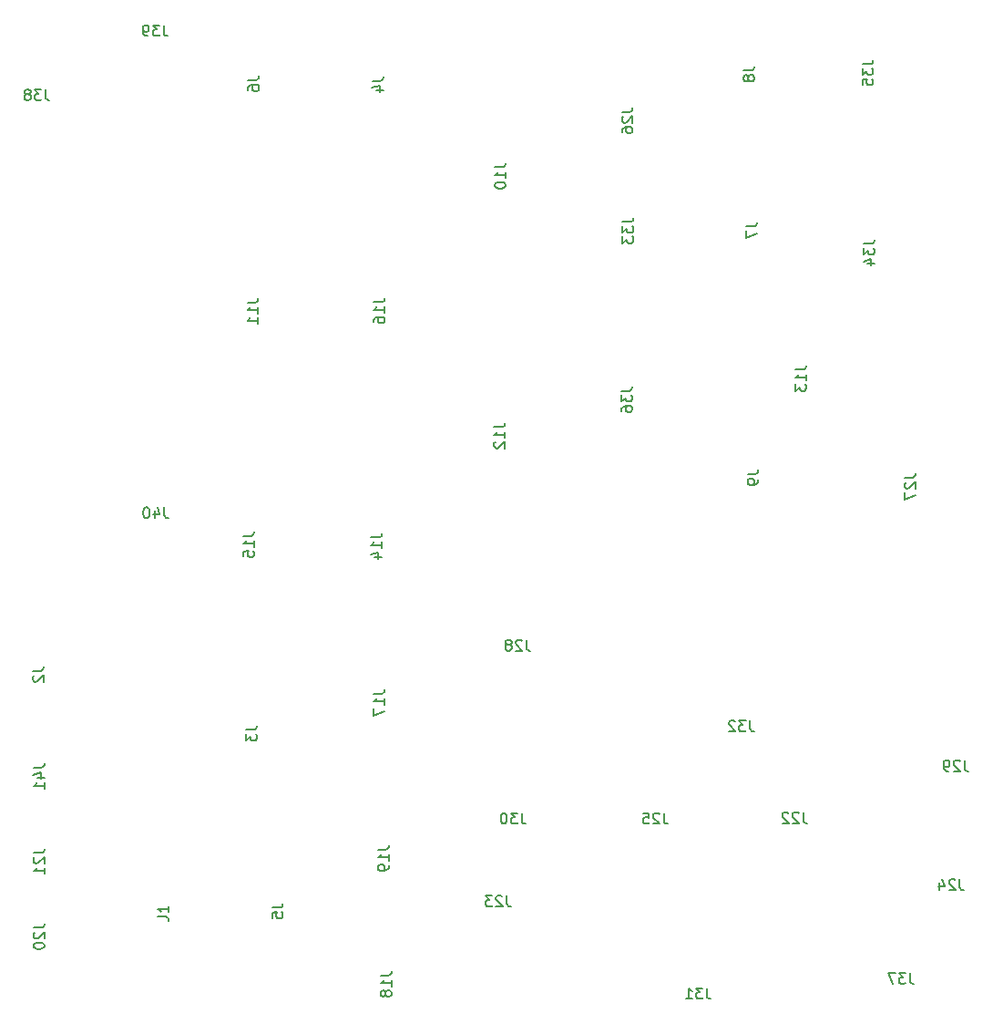
<source format=gbr>
G04 #@! TF.GenerationSoftware,KiCad,Pcbnew,(5.1.5-0-10_14)*
G04 #@! TF.CreationDate,2021-11-28T08:49:08+10:00*
G04 #@! TF.ProjectId,OH - UIP - Input Distribution,4f48202d-2055-4495-9020-2d20496e7075,rev?*
G04 #@! TF.SameCoordinates,Original*
G04 #@! TF.FileFunction,Legend,Bot*
G04 #@! TF.FilePolarity,Positive*
%FSLAX46Y46*%
G04 Gerber Fmt 4.6, Leading zero omitted, Abs format (unit mm)*
G04 Created by KiCad (PCBNEW (5.1.5-0-10_14)) date 2021-11-28 08:49:08*
%MOMM*%
%LPD*%
G04 APERTURE LIST*
%ADD10C,0.150000*%
G04 APERTURE END LIST*
D10*
X136548880Y-109680810D02*
X137263166Y-109680810D01*
X137406023Y-109633191D01*
X137501261Y-109537953D01*
X137548880Y-109395095D01*
X137548880Y-109299857D01*
X136882214Y-110585572D02*
X137548880Y-110585572D01*
X136501261Y-110347476D02*
X137215547Y-110109381D01*
X137215547Y-110728429D01*
X137548880Y-111633191D02*
X137548880Y-111061762D01*
X137548880Y-111347476D02*
X136548880Y-111347476D01*
X136691738Y-111252238D01*
X136786976Y-111157000D01*
X136834595Y-111061762D01*
X136485380Y-100695166D02*
X137199666Y-100695166D01*
X137342523Y-100647547D01*
X137437761Y-100552309D01*
X137485380Y-100409452D01*
X137485380Y-100314214D01*
X136580619Y-101123738D02*
X136533000Y-101171357D01*
X136485380Y-101266595D01*
X136485380Y-101504690D01*
X136533000Y-101599928D01*
X136580619Y-101647547D01*
X136675857Y-101695166D01*
X136771095Y-101695166D01*
X136913952Y-101647547D01*
X137485380Y-101076119D01*
X137485380Y-101695166D01*
X148105880Y-123522833D02*
X148820166Y-123522833D01*
X148963023Y-123570452D01*
X149058261Y-123665690D01*
X149105880Y-123808547D01*
X149105880Y-123903785D01*
X149105880Y-122522833D02*
X149105880Y-123094261D01*
X149105880Y-122808547D02*
X148105880Y-122808547D01*
X148248738Y-122903785D01*
X148343976Y-122999023D01*
X148391595Y-123094261D01*
X217980023Y-128737880D02*
X217980023Y-129452166D01*
X218027642Y-129595023D01*
X218122880Y-129690261D01*
X218265738Y-129737880D01*
X218360976Y-129737880D01*
X217599071Y-128737880D02*
X216980023Y-128737880D01*
X217313357Y-129118833D01*
X217170500Y-129118833D01*
X217075261Y-129166452D01*
X217027642Y-129214071D01*
X216980023Y-129309309D01*
X216980023Y-129547404D01*
X217027642Y-129642642D01*
X217075261Y-129690261D01*
X217170500Y-129737880D01*
X217456214Y-129737880D01*
X217551452Y-129690261D01*
X217599071Y-129642642D01*
X216646690Y-128737880D02*
X215980023Y-128737880D01*
X216408595Y-129737880D01*
X191285880Y-59007476D02*
X192000166Y-59007476D01*
X192143023Y-58959857D01*
X192238261Y-58864619D01*
X192285880Y-58721761D01*
X192285880Y-58626523D01*
X191285880Y-59388428D02*
X191285880Y-60007476D01*
X191666833Y-59674142D01*
X191666833Y-59817000D01*
X191714452Y-59912238D01*
X191762071Y-59959857D01*
X191857309Y-60007476D01*
X192095404Y-60007476D01*
X192190642Y-59959857D01*
X192238261Y-59912238D01*
X192285880Y-59817000D01*
X192285880Y-59531285D01*
X192238261Y-59436047D01*
X192190642Y-59388428D01*
X191285880Y-60340809D02*
X191285880Y-60959857D01*
X191666833Y-60626523D01*
X191666833Y-60769380D01*
X191714452Y-60864619D01*
X191762071Y-60912238D01*
X191857309Y-60959857D01*
X192095404Y-60959857D01*
X192190642Y-60912238D01*
X192238261Y-60864619D01*
X192285880Y-60769380D01*
X192285880Y-60483666D01*
X192238261Y-60388428D01*
X192190642Y-60340809D01*
X199120023Y-130135380D02*
X199120023Y-130849666D01*
X199167642Y-130992523D01*
X199262880Y-131087761D01*
X199405738Y-131135380D01*
X199500976Y-131135380D01*
X198739071Y-130135380D02*
X198120023Y-130135380D01*
X198453357Y-130516333D01*
X198310500Y-130516333D01*
X198215261Y-130563952D01*
X198167642Y-130611571D01*
X198120023Y-130706809D01*
X198120023Y-130944904D01*
X198167642Y-131040142D01*
X198215261Y-131087761D01*
X198310500Y-131135380D01*
X198596214Y-131135380D01*
X198691452Y-131087761D01*
X198739071Y-131040142D01*
X197167642Y-131135380D02*
X197739071Y-131135380D01*
X197453357Y-131135380D02*
X197453357Y-130135380D01*
X197548595Y-130278238D01*
X197643833Y-130373476D01*
X197739071Y-130421095D01*
X181912023Y-113879380D02*
X181912023Y-114593666D01*
X181959642Y-114736523D01*
X182054880Y-114831761D01*
X182197738Y-114879380D01*
X182292976Y-114879380D01*
X181531071Y-113879380D02*
X180912023Y-113879380D01*
X181245357Y-114260333D01*
X181102500Y-114260333D01*
X181007261Y-114307952D01*
X180959642Y-114355571D01*
X180912023Y-114450809D01*
X180912023Y-114688904D01*
X180959642Y-114784142D01*
X181007261Y-114831761D01*
X181102500Y-114879380D01*
X181388214Y-114879380D01*
X181483452Y-114831761D01*
X181531071Y-114784142D01*
X180292976Y-113879380D02*
X180197738Y-113879380D01*
X180102500Y-113927000D01*
X180054880Y-113974619D01*
X180007261Y-114069857D01*
X179959642Y-114260333D01*
X179959642Y-114498428D01*
X180007261Y-114688904D01*
X180054880Y-114784142D01*
X180102500Y-114831761D01*
X180197738Y-114879380D01*
X180292976Y-114879380D01*
X180388214Y-114831761D01*
X180435833Y-114784142D01*
X180483452Y-114688904D01*
X180531071Y-114498428D01*
X180531071Y-114260333D01*
X180483452Y-114069857D01*
X180435833Y-113974619D01*
X180388214Y-113927000D01*
X180292976Y-113879380D01*
X191222380Y-48783976D02*
X191936666Y-48783976D01*
X192079523Y-48736357D01*
X192174761Y-48641119D01*
X192222380Y-48498261D01*
X192222380Y-48403023D01*
X191317619Y-49212547D02*
X191270000Y-49260166D01*
X191222380Y-49355404D01*
X191222380Y-49593500D01*
X191270000Y-49688738D01*
X191317619Y-49736357D01*
X191412857Y-49783976D01*
X191508095Y-49783976D01*
X191650952Y-49736357D01*
X192222380Y-49164928D01*
X192222380Y-49783976D01*
X191222380Y-50641119D02*
X191222380Y-50450642D01*
X191270000Y-50355404D01*
X191317619Y-50307785D01*
X191460476Y-50212547D01*
X191650952Y-50164928D01*
X192031904Y-50164928D01*
X192127142Y-50212547D01*
X192174761Y-50260166D01*
X192222380Y-50355404D01*
X192222380Y-50545880D01*
X192174761Y-50641119D01*
X192127142Y-50688738D01*
X192031904Y-50736357D01*
X191793809Y-50736357D01*
X191698571Y-50688738D01*
X191650952Y-50641119D01*
X191603333Y-50545880D01*
X191603333Y-50355404D01*
X191650952Y-50260166D01*
X191698571Y-50212547D01*
X191793809Y-50164928D01*
X195119523Y-113879380D02*
X195119523Y-114593666D01*
X195167142Y-114736523D01*
X195262380Y-114831761D01*
X195405238Y-114879380D01*
X195500476Y-114879380D01*
X194690952Y-113974619D02*
X194643333Y-113927000D01*
X194548095Y-113879380D01*
X194310000Y-113879380D01*
X194214761Y-113927000D01*
X194167142Y-113974619D01*
X194119523Y-114069857D01*
X194119523Y-114165095D01*
X194167142Y-114307952D01*
X194738571Y-114879380D01*
X194119523Y-114879380D01*
X193214761Y-113879380D02*
X193690952Y-113879380D01*
X193738571Y-114355571D01*
X193690952Y-114307952D01*
X193595714Y-114260333D01*
X193357619Y-114260333D01*
X193262380Y-114307952D01*
X193214761Y-114355571D01*
X193167142Y-114450809D01*
X193167142Y-114688904D01*
X193214761Y-114784142D01*
X193262380Y-114831761D01*
X193357619Y-114879380D01*
X193595714Y-114879380D01*
X193690952Y-114831761D01*
X193738571Y-114784142D01*
X191184880Y-74688476D02*
X191899166Y-74688476D01*
X192042023Y-74640857D01*
X192137261Y-74545619D01*
X192184880Y-74402761D01*
X192184880Y-74307523D01*
X191184880Y-75069428D02*
X191184880Y-75688476D01*
X191565833Y-75355142D01*
X191565833Y-75498000D01*
X191613452Y-75593238D01*
X191661071Y-75640857D01*
X191756309Y-75688476D01*
X191994404Y-75688476D01*
X192089642Y-75640857D01*
X192137261Y-75593238D01*
X192184880Y-75498000D01*
X192184880Y-75212285D01*
X192137261Y-75117047D01*
X192089642Y-75069428D01*
X191184880Y-76545619D02*
X191184880Y-76355142D01*
X191232500Y-76259904D01*
X191280119Y-76212285D01*
X191422976Y-76117047D01*
X191613452Y-76069428D01*
X191994404Y-76069428D01*
X192089642Y-76117047D01*
X192137261Y-76164666D01*
X192184880Y-76259904D01*
X192184880Y-76450380D01*
X192137261Y-76545619D01*
X192089642Y-76593238D01*
X191994404Y-76640857D01*
X191756309Y-76640857D01*
X191661071Y-76593238D01*
X191613452Y-76545619D01*
X191565833Y-76450380D01*
X191565833Y-76259904D01*
X191613452Y-76164666D01*
X191661071Y-76117047D01*
X191756309Y-76069428D01*
X213573880Y-44338976D02*
X214288166Y-44338976D01*
X214431023Y-44291357D01*
X214526261Y-44196119D01*
X214573880Y-44053261D01*
X214573880Y-43958023D01*
X213573880Y-44719928D02*
X213573880Y-45338976D01*
X213954833Y-45005642D01*
X213954833Y-45148500D01*
X214002452Y-45243738D01*
X214050071Y-45291357D01*
X214145309Y-45338976D01*
X214383404Y-45338976D01*
X214478642Y-45291357D01*
X214526261Y-45243738D01*
X214573880Y-45148500D01*
X214573880Y-44862785D01*
X214526261Y-44767547D01*
X214478642Y-44719928D01*
X213573880Y-46243738D02*
X213573880Y-45767547D01*
X214050071Y-45719928D01*
X214002452Y-45767547D01*
X213954833Y-45862785D01*
X213954833Y-46100880D01*
X214002452Y-46196119D01*
X214050071Y-46243738D01*
X214145309Y-46291357D01*
X214383404Y-46291357D01*
X214478642Y-46243738D01*
X214526261Y-46196119D01*
X214573880Y-46100880D01*
X214573880Y-45862785D01*
X214526261Y-45767547D01*
X214478642Y-45719928D01*
X213701380Y-61039476D02*
X214415666Y-61039476D01*
X214558523Y-60991857D01*
X214653761Y-60896619D01*
X214701380Y-60753761D01*
X214701380Y-60658523D01*
X213701380Y-61420428D02*
X213701380Y-62039476D01*
X214082333Y-61706142D01*
X214082333Y-61849000D01*
X214129952Y-61944238D01*
X214177571Y-61991857D01*
X214272809Y-62039476D01*
X214510904Y-62039476D01*
X214606142Y-61991857D01*
X214653761Y-61944238D01*
X214701380Y-61849000D01*
X214701380Y-61563285D01*
X214653761Y-61468047D01*
X214606142Y-61420428D01*
X214034714Y-62896619D02*
X214701380Y-62896619D01*
X213653761Y-62658523D02*
X214368047Y-62420428D01*
X214368047Y-63039476D01*
X217510880Y-82756476D02*
X218225166Y-82756476D01*
X218368023Y-82708857D01*
X218463261Y-82613619D01*
X218510880Y-82470761D01*
X218510880Y-82375523D01*
X217606119Y-83185047D02*
X217558500Y-83232666D01*
X217510880Y-83327904D01*
X217510880Y-83566000D01*
X217558500Y-83661238D01*
X217606119Y-83708857D01*
X217701357Y-83756476D01*
X217796595Y-83756476D01*
X217939452Y-83708857D01*
X218510880Y-83137428D01*
X218510880Y-83756476D01*
X217510880Y-84089809D02*
X217510880Y-84756476D01*
X218510880Y-84327904D01*
X223059023Y-108989880D02*
X223059023Y-109704166D01*
X223106642Y-109847023D01*
X223201880Y-109942261D01*
X223344738Y-109989880D01*
X223439976Y-109989880D01*
X222630452Y-109085119D02*
X222582833Y-109037500D01*
X222487595Y-108989880D01*
X222249500Y-108989880D01*
X222154261Y-109037500D01*
X222106642Y-109085119D01*
X222059023Y-109180357D01*
X222059023Y-109275595D01*
X222106642Y-109418452D01*
X222678071Y-109989880D01*
X222059023Y-109989880D01*
X221582833Y-109989880D02*
X221392357Y-109989880D01*
X221297119Y-109942261D01*
X221249500Y-109894642D01*
X221154261Y-109751785D01*
X221106642Y-109561309D01*
X221106642Y-109180357D01*
X221154261Y-109085119D01*
X221201880Y-109037500D01*
X221297119Y-108989880D01*
X221487595Y-108989880D01*
X221582833Y-109037500D01*
X221630452Y-109085119D01*
X221678071Y-109180357D01*
X221678071Y-109418452D01*
X221630452Y-109513690D01*
X221582833Y-109561309D01*
X221487595Y-109608928D01*
X221297119Y-109608928D01*
X221201880Y-109561309D01*
X221154261Y-109513690D01*
X221106642Y-109418452D01*
X182355523Y-97813380D02*
X182355523Y-98527666D01*
X182403142Y-98670523D01*
X182498380Y-98765761D01*
X182641238Y-98813380D01*
X182736476Y-98813380D01*
X181926952Y-97908619D02*
X181879333Y-97861000D01*
X181784095Y-97813380D01*
X181546000Y-97813380D01*
X181450761Y-97861000D01*
X181403142Y-97908619D01*
X181355523Y-98003857D01*
X181355523Y-98099095D01*
X181403142Y-98241952D01*
X181974571Y-98813380D01*
X181355523Y-98813380D01*
X180784095Y-98241952D02*
X180879333Y-98194333D01*
X180926952Y-98146714D01*
X180974571Y-98051476D01*
X180974571Y-98003857D01*
X180926952Y-97908619D01*
X180879333Y-97861000D01*
X180784095Y-97813380D01*
X180593619Y-97813380D01*
X180498380Y-97861000D01*
X180450761Y-97908619D01*
X180403142Y-98003857D01*
X180403142Y-98051476D01*
X180450761Y-98146714D01*
X180498380Y-98194333D01*
X180593619Y-98241952D01*
X180784095Y-98241952D01*
X180879333Y-98289571D01*
X180926952Y-98337190D01*
X180974571Y-98432428D01*
X180974571Y-98622904D01*
X180926952Y-98718142D01*
X180879333Y-98765761D01*
X180784095Y-98813380D01*
X180593619Y-98813380D01*
X180498380Y-98765761D01*
X180450761Y-98718142D01*
X180403142Y-98622904D01*
X180403142Y-98432428D01*
X180450761Y-98337190D01*
X180498380Y-98289571D01*
X180593619Y-98241952D01*
X222615023Y-120038880D02*
X222615023Y-120753166D01*
X222662642Y-120896023D01*
X222757880Y-120991261D01*
X222900738Y-121038880D01*
X222995976Y-121038880D01*
X222186452Y-120134119D02*
X222138833Y-120086500D01*
X222043595Y-120038880D01*
X221805500Y-120038880D01*
X221710261Y-120086500D01*
X221662642Y-120134119D01*
X221615023Y-120229357D01*
X221615023Y-120324595D01*
X221662642Y-120467452D01*
X222234071Y-121038880D01*
X221615023Y-121038880D01*
X220757880Y-120372214D02*
X220757880Y-121038880D01*
X220995976Y-119991261D02*
X221234071Y-120705547D01*
X220615023Y-120705547D01*
X180514023Y-121562380D02*
X180514023Y-122276666D01*
X180561642Y-122419523D01*
X180656880Y-122514761D01*
X180799738Y-122562380D01*
X180894976Y-122562380D01*
X180085452Y-121657619D02*
X180037833Y-121610000D01*
X179942595Y-121562380D01*
X179704500Y-121562380D01*
X179609261Y-121610000D01*
X179561642Y-121657619D01*
X179514023Y-121752857D01*
X179514023Y-121848095D01*
X179561642Y-121990952D01*
X180133071Y-122562380D01*
X179514023Y-122562380D01*
X179180690Y-121562380D02*
X178561642Y-121562380D01*
X178894976Y-121943333D01*
X178752119Y-121943333D01*
X178656880Y-121990952D01*
X178609261Y-122038571D01*
X178561642Y-122133809D01*
X178561642Y-122371904D01*
X178609261Y-122467142D01*
X178656880Y-122514761D01*
X178752119Y-122562380D01*
X179037833Y-122562380D01*
X179133071Y-122514761D01*
X179180690Y-122467142D01*
X208073523Y-113815380D02*
X208073523Y-114529666D01*
X208121142Y-114672523D01*
X208216380Y-114767761D01*
X208359238Y-114815380D01*
X208454476Y-114815380D01*
X207644952Y-113910619D02*
X207597333Y-113863000D01*
X207502095Y-113815380D01*
X207264000Y-113815380D01*
X207168761Y-113863000D01*
X207121142Y-113910619D01*
X207073523Y-114005857D01*
X207073523Y-114101095D01*
X207121142Y-114243952D01*
X207692571Y-114815380D01*
X207073523Y-114815380D01*
X206692571Y-113910619D02*
X206644952Y-113863000D01*
X206549714Y-113815380D01*
X206311619Y-113815380D01*
X206216380Y-113863000D01*
X206168761Y-113910619D01*
X206121142Y-114005857D01*
X206121142Y-114101095D01*
X206168761Y-114243952D01*
X206740190Y-114815380D01*
X206121142Y-114815380D01*
X136548380Y-117575476D02*
X137262666Y-117575476D01*
X137405523Y-117527857D01*
X137500761Y-117432619D01*
X137548380Y-117289761D01*
X137548380Y-117194523D01*
X136643619Y-118004047D02*
X136596000Y-118051666D01*
X136548380Y-118146904D01*
X136548380Y-118385000D01*
X136596000Y-118480238D01*
X136643619Y-118527857D01*
X136738857Y-118575476D01*
X136834095Y-118575476D01*
X136976952Y-118527857D01*
X137548380Y-117956428D01*
X137548380Y-118575476D01*
X137548380Y-119527857D02*
X137548380Y-118956428D01*
X137548380Y-119242142D02*
X136548380Y-119242142D01*
X136691238Y-119146904D01*
X136786476Y-119051666D01*
X136834095Y-118956428D01*
X136548380Y-124538976D02*
X137262666Y-124538976D01*
X137405523Y-124491357D01*
X137500761Y-124396119D01*
X137548380Y-124253261D01*
X137548380Y-124158023D01*
X136643619Y-124967547D02*
X136596000Y-125015166D01*
X136548380Y-125110404D01*
X136548380Y-125348500D01*
X136596000Y-125443738D01*
X136643619Y-125491357D01*
X136738857Y-125538976D01*
X136834095Y-125538976D01*
X136976952Y-125491357D01*
X137548380Y-124919928D01*
X137548380Y-125538976D01*
X136548380Y-126158023D02*
X136548380Y-126253261D01*
X136596000Y-126348500D01*
X136643619Y-126396119D01*
X136738857Y-126443738D01*
X136929333Y-126491357D01*
X137167428Y-126491357D01*
X137357904Y-126443738D01*
X137453142Y-126396119D01*
X137500761Y-126348500D01*
X137548380Y-126253261D01*
X137548380Y-126158023D01*
X137500761Y-126062785D01*
X137453142Y-126015166D01*
X137357904Y-125967547D01*
X137167428Y-125919928D01*
X136929333Y-125919928D01*
X136738857Y-125967547D01*
X136643619Y-126015166D01*
X136596000Y-126062785D01*
X136548380Y-126158023D01*
X168552880Y-117300476D02*
X169267166Y-117300476D01*
X169410023Y-117252857D01*
X169505261Y-117157619D01*
X169552880Y-117014761D01*
X169552880Y-116919523D01*
X169552880Y-118300476D02*
X169552880Y-117729047D01*
X169552880Y-118014761D02*
X168552880Y-118014761D01*
X168695738Y-117919523D01*
X168790976Y-117824285D01*
X168838595Y-117729047D01*
X169552880Y-118776666D02*
X169552880Y-118967142D01*
X169505261Y-119062380D01*
X169457642Y-119110000D01*
X169314785Y-119205238D01*
X169124309Y-119252857D01*
X168743357Y-119252857D01*
X168648119Y-119205238D01*
X168600500Y-119157619D01*
X168552880Y-119062380D01*
X168552880Y-118871904D01*
X168600500Y-118776666D01*
X168648119Y-118729047D01*
X168743357Y-118681428D01*
X168981452Y-118681428D01*
X169076690Y-118729047D01*
X169124309Y-118776666D01*
X169171928Y-118871904D01*
X169171928Y-119062380D01*
X169124309Y-119157619D01*
X169076690Y-119205238D01*
X168981452Y-119252857D01*
X168807380Y-128984476D02*
X169521666Y-128984476D01*
X169664523Y-128936857D01*
X169759761Y-128841619D01*
X169807380Y-128698761D01*
X169807380Y-128603523D01*
X169807380Y-129984476D02*
X169807380Y-129413047D01*
X169807380Y-129698761D02*
X168807380Y-129698761D01*
X168950238Y-129603523D01*
X169045476Y-129508285D01*
X169093095Y-129413047D01*
X169235952Y-130555904D02*
X169188333Y-130460666D01*
X169140714Y-130413047D01*
X169045476Y-130365428D01*
X168997857Y-130365428D01*
X168902619Y-130413047D01*
X168855000Y-130460666D01*
X168807380Y-130555904D01*
X168807380Y-130746380D01*
X168855000Y-130841619D01*
X168902619Y-130889238D01*
X168997857Y-130936857D01*
X169045476Y-130936857D01*
X169140714Y-130889238D01*
X169188333Y-130841619D01*
X169235952Y-130746380D01*
X169235952Y-130555904D01*
X169283571Y-130460666D01*
X169331190Y-130413047D01*
X169426428Y-130365428D01*
X169616904Y-130365428D01*
X169712142Y-130413047D01*
X169759761Y-130460666D01*
X169807380Y-130555904D01*
X169807380Y-130746380D01*
X169759761Y-130841619D01*
X169712142Y-130889238D01*
X169616904Y-130936857D01*
X169426428Y-130936857D01*
X169331190Y-130889238D01*
X169283571Y-130841619D01*
X169235952Y-130746380D01*
X168171380Y-102822476D02*
X168885666Y-102822476D01*
X169028523Y-102774857D01*
X169123761Y-102679619D01*
X169171380Y-102536761D01*
X169171380Y-102441523D01*
X169171380Y-103822476D02*
X169171380Y-103251047D01*
X169171380Y-103536761D02*
X168171380Y-103536761D01*
X168314238Y-103441523D01*
X168409476Y-103346285D01*
X168457095Y-103251047D01*
X168171380Y-104155809D02*
X168171380Y-104822476D01*
X169171380Y-104393904D01*
X168171380Y-66436976D02*
X168885666Y-66436976D01*
X169028523Y-66389357D01*
X169123761Y-66294119D01*
X169171380Y-66151261D01*
X169171380Y-66056023D01*
X169171380Y-67436976D02*
X169171380Y-66865547D01*
X169171380Y-67151261D02*
X168171380Y-67151261D01*
X168314238Y-67056023D01*
X168409476Y-66960785D01*
X168457095Y-66865547D01*
X168171380Y-68294119D02*
X168171380Y-68103642D01*
X168219000Y-68008404D01*
X168266619Y-67960785D01*
X168409476Y-67865547D01*
X168599952Y-67817928D01*
X168980904Y-67817928D01*
X169076142Y-67865547D01*
X169123761Y-67913166D01*
X169171380Y-68008404D01*
X169171380Y-68198880D01*
X169123761Y-68294119D01*
X169076142Y-68341738D01*
X168980904Y-68389357D01*
X168742809Y-68389357D01*
X168647571Y-68341738D01*
X168599952Y-68294119D01*
X168552333Y-68198880D01*
X168552333Y-68008404D01*
X168599952Y-67913166D01*
X168647571Y-67865547D01*
X168742809Y-67817928D01*
X156043380Y-88153976D02*
X156757666Y-88153976D01*
X156900523Y-88106357D01*
X156995761Y-88011119D01*
X157043380Y-87868261D01*
X157043380Y-87773023D01*
X157043380Y-89153976D02*
X157043380Y-88582547D01*
X157043380Y-88868261D02*
X156043380Y-88868261D01*
X156186238Y-88773023D01*
X156281476Y-88677785D01*
X156329095Y-88582547D01*
X156043380Y-90058738D02*
X156043380Y-89582547D01*
X156519571Y-89534928D01*
X156471952Y-89582547D01*
X156424333Y-89677785D01*
X156424333Y-89915880D01*
X156471952Y-90011119D01*
X156519571Y-90058738D01*
X156614809Y-90106357D01*
X156852904Y-90106357D01*
X156948142Y-90058738D01*
X156995761Y-90011119D01*
X157043380Y-89915880D01*
X157043380Y-89677785D01*
X156995761Y-89582547D01*
X156948142Y-89534928D01*
X167917380Y-88280976D02*
X168631666Y-88280976D01*
X168774523Y-88233357D01*
X168869761Y-88138119D01*
X168917380Y-87995261D01*
X168917380Y-87900023D01*
X168917380Y-89280976D02*
X168917380Y-88709547D01*
X168917380Y-88995261D02*
X167917380Y-88995261D01*
X168060238Y-88900023D01*
X168155476Y-88804785D01*
X168203095Y-88709547D01*
X168250714Y-90138119D02*
X168917380Y-90138119D01*
X167869761Y-89900023D02*
X168584047Y-89661928D01*
X168584047Y-90280976D01*
X207350880Y-72723476D02*
X208065166Y-72723476D01*
X208208023Y-72675857D01*
X208303261Y-72580619D01*
X208350880Y-72437761D01*
X208350880Y-72342523D01*
X208350880Y-73723476D02*
X208350880Y-73152047D01*
X208350880Y-73437761D02*
X207350880Y-73437761D01*
X207493738Y-73342523D01*
X207588976Y-73247285D01*
X207636595Y-73152047D01*
X207350880Y-74056809D02*
X207350880Y-74675857D01*
X207731833Y-74342523D01*
X207731833Y-74485380D01*
X207779452Y-74580619D01*
X207827071Y-74628238D01*
X207922309Y-74675857D01*
X208160404Y-74675857D01*
X208255642Y-74628238D01*
X208303261Y-74580619D01*
X208350880Y-74485380D01*
X208350880Y-74199666D01*
X208303261Y-74104428D01*
X208255642Y-74056809D01*
X179348380Y-78057476D02*
X180062666Y-78057476D01*
X180205523Y-78009857D01*
X180300761Y-77914619D01*
X180348380Y-77771761D01*
X180348380Y-77676523D01*
X180348380Y-79057476D02*
X180348380Y-78486047D01*
X180348380Y-78771761D02*
X179348380Y-78771761D01*
X179491238Y-78676523D01*
X179586476Y-78581285D01*
X179634095Y-78486047D01*
X179443619Y-79438428D02*
X179396000Y-79486047D01*
X179348380Y-79581285D01*
X179348380Y-79819380D01*
X179396000Y-79914619D01*
X179443619Y-79962238D01*
X179538857Y-80009857D01*
X179634095Y-80009857D01*
X179776952Y-79962238D01*
X180348380Y-79390809D01*
X180348380Y-80009857D01*
X156424380Y-66500476D02*
X157138666Y-66500476D01*
X157281523Y-66452857D01*
X157376761Y-66357619D01*
X157424380Y-66214761D01*
X157424380Y-66119523D01*
X157424380Y-67500476D02*
X157424380Y-66929047D01*
X157424380Y-67214761D02*
X156424380Y-67214761D01*
X156567238Y-67119523D01*
X156662476Y-67024285D01*
X156710095Y-66929047D01*
X157424380Y-68452857D02*
X157424380Y-67881428D01*
X157424380Y-68167142D02*
X156424380Y-68167142D01*
X156567238Y-68071904D01*
X156662476Y-67976666D01*
X156710095Y-67881428D01*
X179411880Y-53927476D02*
X180126166Y-53927476D01*
X180269023Y-53879857D01*
X180364261Y-53784619D01*
X180411880Y-53641761D01*
X180411880Y-53546523D01*
X180411880Y-54927476D02*
X180411880Y-54356047D01*
X180411880Y-54641761D02*
X179411880Y-54641761D01*
X179554738Y-54546523D01*
X179649976Y-54451285D01*
X179697595Y-54356047D01*
X179411880Y-55546523D02*
X179411880Y-55641761D01*
X179459500Y-55737000D01*
X179507119Y-55784619D01*
X179602357Y-55832238D01*
X179792833Y-55879857D01*
X180030928Y-55879857D01*
X180221404Y-55832238D01*
X180316642Y-55784619D01*
X180364261Y-55737000D01*
X180411880Y-55641761D01*
X180411880Y-55546523D01*
X180364261Y-55451285D01*
X180316642Y-55403666D01*
X180221404Y-55356047D01*
X180030928Y-55308428D01*
X179792833Y-55308428D01*
X179602357Y-55356047D01*
X179507119Y-55403666D01*
X179459500Y-55451285D01*
X179411880Y-55546523D01*
X202905880Y-82407166D02*
X203620166Y-82407166D01*
X203763023Y-82359547D01*
X203858261Y-82264309D01*
X203905880Y-82121452D01*
X203905880Y-82026214D01*
X203905880Y-82930976D02*
X203905880Y-83121452D01*
X203858261Y-83216690D01*
X203810642Y-83264309D01*
X203667785Y-83359547D01*
X203477309Y-83407166D01*
X203096357Y-83407166D01*
X203001119Y-83359547D01*
X202953500Y-83311928D01*
X202905880Y-83216690D01*
X202905880Y-83026214D01*
X202953500Y-82930976D01*
X203001119Y-82883357D01*
X203096357Y-82835738D01*
X203334452Y-82835738D01*
X203429690Y-82883357D01*
X203477309Y-82930976D01*
X203524928Y-83026214D01*
X203524928Y-83216690D01*
X203477309Y-83311928D01*
X203429690Y-83359547D01*
X203334452Y-83407166D01*
X202525880Y-44942166D02*
X203240166Y-44942166D01*
X203383023Y-44894547D01*
X203478261Y-44799309D01*
X203525880Y-44656452D01*
X203525880Y-44561214D01*
X202954452Y-45561214D02*
X202906833Y-45465976D01*
X202859214Y-45418357D01*
X202763976Y-45370738D01*
X202716357Y-45370738D01*
X202621119Y-45418357D01*
X202573500Y-45465976D01*
X202525880Y-45561214D01*
X202525880Y-45751690D01*
X202573500Y-45846928D01*
X202621119Y-45894547D01*
X202716357Y-45942166D01*
X202763976Y-45942166D01*
X202859214Y-45894547D01*
X202906833Y-45846928D01*
X202954452Y-45751690D01*
X202954452Y-45561214D01*
X203002071Y-45465976D01*
X203049690Y-45418357D01*
X203144928Y-45370738D01*
X203335404Y-45370738D01*
X203430642Y-45418357D01*
X203478261Y-45465976D01*
X203525880Y-45561214D01*
X203525880Y-45751690D01*
X203478261Y-45846928D01*
X203430642Y-45894547D01*
X203335404Y-45942166D01*
X203144928Y-45942166D01*
X203049690Y-45894547D01*
X203002071Y-45846928D01*
X202954452Y-45751690D01*
X202778380Y-59420166D02*
X203492666Y-59420166D01*
X203635523Y-59372547D01*
X203730761Y-59277309D01*
X203778380Y-59134452D01*
X203778380Y-59039214D01*
X202778380Y-59801119D02*
X202778380Y-60467785D01*
X203778380Y-60039214D01*
X156487880Y-45831166D02*
X157202166Y-45831166D01*
X157345023Y-45783547D01*
X157440261Y-45688309D01*
X157487880Y-45545452D01*
X157487880Y-45450214D01*
X156487880Y-46735928D02*
X156487880Y-46545452D01*
X156535500Y-46450214D01*
X156583119Y-46402595D01*
X156725976Y-46307357D01*
X156916452Y-46259738D01*
X157297404Y-46259738D01*
X157392642Y-46307357D01*
X157440261Y-46354976D01*
X157487880Y-46450214D01*
X157487880Y-46640690D01*
X157440261Y-46735928D01*
X157392642Y-46783547D01*
X157297404Y-46831166D01*
X157059309Y-46831166D01*
X156964071Y-46783547D01*
X156916452Y-46735928D01*
X156868833Y-46640690D01*
X156868833Y-46450214D01*
X156916452Y-46354976D01*
X156964071Y-46307357D01*
X157059309Y-46259738D01*
X158710880Y-122666166D02*
X159425166Y-122666166D01*
X159568023Y-122618547D01*
X159663261Y-122523309D01*
X159710880Y-122380452D01*
X159710880Y-122285214D01*
X158710880Y-123618547D02*
X158710880Y-123142357D01*
X159187071Y-123094738D01*
X159139452Y-123142357D01*
X159091833Y-123237595D01*
X159091833Y-123475690D01*
X159139452Y-123570928D01*
X159187071Y-123618547D01*
X159282309Y-123666166D01*
X159520404Y-123666166D01*
X159615642Y-123618547D01*
X159663261Y-123570928D01*
X159710880Y-123475690D01*
X159710880Y-123237595D01*
X159663261Y-123142357D01*
X159615642Y-123094738D01*
X168044380Y-45894666D02*
X168758666Y-45894666D01*
X168901523Y-45847047D01*
X168996761Y-45751809D01*
X169044380Y-45608952D01*
X169044380Y-45513714D01*
X168377714Y-46799428D02*
X169044380Y-46799428D01*
X167996761Y-46561333D02*
X168711047Y-46323238D01*
X168711047Y-46942285D01*
X156297380Y-106156666D02*
X157011666Y-106156666D01*
X157154523Y-106109047D01*
X157249761Y-106013809D01*
X157297380Y-105870952D01*
X157297380Y-105775714D01*
X156297380Y-106537619D02*
X156297380Y-107156666D01*
X156678333Y-106823333D01*
X156678333Y-106966190D01*
X156725952Y-107061428D01*
X156773571Y-107109047D01*
X156868809Y-107156666D01*
X157106904Y-107156666D01*
X157202142Y-107109047D01*
X157249761Y-107061428D01*
X157297380Y-106966190D01*
X157297380Y-106680476D01*
X157249761Y-106585238D01*
X157202142Y-106537619D01*
X137652523Y-46696380D02*
X137652523Y-47410666D01*
X137700142Y-47553523D01*
X137795380Y-47648761D01*
X137938238Y-47696380D01*
X138033476Y-47696380D01*
X137271571Y-46696380D02*
X136652523Y-46696380D01*
X136985857Y-47077333D01*
X136843000Y-47077333D01*
X136747761Y-47124952D01*
X136700142Y-47172571D01*
X136652523Y-47267809D01*
X136652523Y-47505904D01*
X136700142Y-47601142D01*
X136747761Y-47648761D01*
X136843000Y-47696380D01*
X137128714Y-47696380D01*
X137223952Y-47648761D01*
X137271571Y-47601142D01*
X136081095Y-47124952D02*
X136176333Y-47077333D01*
X136223952Y-47029714D01*
X136271571Y-46934476D01*
X136271571Y-46886857D01*
X136223952Y-46791619D01*
X136176333Y-46744000D01*
X136081095Y-46696380D01*
X135890619Y-46696380D01*
X135795380Y-46744000D01*
X135747761Y-46791619D01*
X135700142Y-46886857D01*
X135700142Y-46934476D01*
X135747761Y-47029714D01*
X135795380Y-47077333D01*
X135890619Y-47124952D01*
X136081095Y-47124952D01*
X136176333Y-47172571D01*
X136223952Y-47220190D01*
X136271571Y-47315428D01*
X136271571Y-47505904D01*
X136223952Y-47601142D01*
X136176333Y-47648761D01*
X136081095Y-47696380D01*
X135890619Y-47696380D01*
X135795380Y-47648761D01*
X135747761Y-47601142D01*
X135700142Y-47505904D01*
X135700142Y-47315428D01*
X135747761Y-47220190D01*
X135795380Y-47172571D01*
X135890619Y-47124952D01*
X203121023Y-105306880D02*
X203121023Y-106021166D01*
X203168642Y-106164023D01*
X203263880Y-106259261D01*
X203406738Y-106306880D01*
X203501976Y-106306880D01*
X202740071Y-105306880D02*
X202121023Y-105306880D01*
X202454357Y-105687833D01*
X202311500Y-105687833D01*
X202216261Y-105735452D01*
X202168642Y-105783071D01*
X202121023Y-105878309D01*
X202121023Y-106116404D01*
X202168642Y-106211642D01*
X202216261Y-106259261D01*
X202311500Y-106306880D01*
X202597214Y-106306880D01*
X202692452Y-106259261D01*
X202740071Y-106211642D01*
X201740071Y-105402119D02*
X201692452Y-105354500D01*
X201597214Y-105306880D01*
X201359119Y-105306880D01*
X201263880Y-105354500D01*
X201216261Y-105402119D01*
X201168642Y-105497357D01*
X201168642Y-105592595D01*
X201216261Y-105735452D01*
X201787690Y-106306880D01*
X201168642Y-106306880D01*
X148637523Y-40727380D02*
X148637523Y-41441666D01*
X148685142Y-41584523D01*
X148780380Y-41679761D01*
X148923238Y-41727380D01*
X149018476Y-41727380D01*
X148256571Y-40727380D02*
X147637523Y-40727380D01*
X147970857Y-41108333D01*
X147828000Y-41108333D01*
X147732761Y-41155952D01*
X147685142Y-41203571D01*
X147637523Y-41298809D01*
X147637523Y-41536904D01*
X147685142Y-41632142D01*
X147732761Y-41679761D01*
X147828000Y-41727380D01*
X148113714Y-41727380D01*
X148208952Y-41679761D01*
X148256571Y-41632142D01*
X147161333Y-41727380D02*
X146970857Y-41727380D01*
X146875619Y-41679761D01*
X146828000Y-41632142D01*
X146732761Y-41489285D01*
X146685142Y-41298809D01*
X146685142Y-40917857D01*
X146732761Y-40822619D01*
X146780380Y-40775000D01*
X146875619Y-40727380D01*
X147066095Y-40727380D01*
X147161333Y-40775000D01*
X147208952Y-40822619D01*
X147256571Y-40917857D01*
X147256571Y-41155952D01*
X147208952Y-41251190D01*
X147161333Y-41298809D01*
X147066095Y-41346428D01*
X146875619Y-41346428D01*
X146780380Y-41298809D01*
X146732761Y-41251190D01*
X146685142Y-41155952D01*
X148701023Y-85494880D02*
X148701023Y-86209166D01*
X148748642Y-86352023D01*
X148843880Y-86447261D01*
X148986738Y-86494880D01*
X149081976Y-86494880D01*
X147796261Y-85828214D02*
X147796261Y-86494880D01*
X148034357Y-85447261D02*
X148272452Y-86161547D01*
X147653404Y-86161547D01*
X147081976Y-85494880D02*
X146986738Y-85494880D01*
X146891500Y-85542500D01*
X146843880Y-85590119D01*
X146796261Y-85685357D01*
X146748642Y-85875833D01*
X146748642Y-86113928D01*
X146796261Y-86304404D01*
X146843880Y-86399642D01*
X146891500Y-86447261D01*
X146986738Y-86494880D01*
X147081976Y-86494880D01*
X147177214Y-86447261D01*
X147224833Y-86399642D01*
X147272452Y-86304404D01*
X147320071Y-86113928D01*
X147320071Y-85875833D01*
X147272452Y-85685357D01*
X147224833Y-85590119D01*
X147177214Y-85542500D01*
X147081976Y-85494880D01*
M02*

</source>
